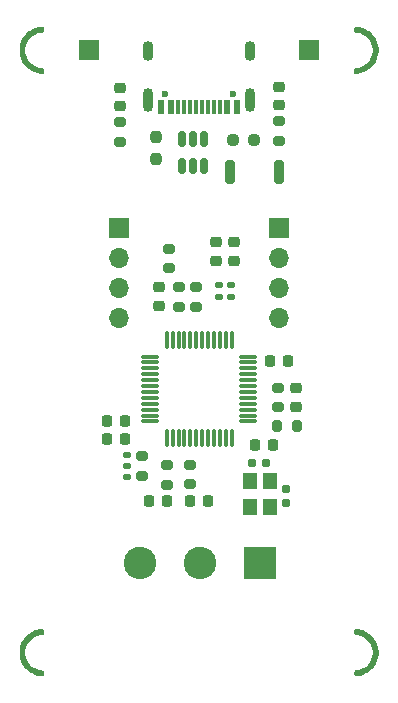
<source format=gbr>
%TF.GenerationSoftware,KiCad,Pcbnew,9.0.0*%
%TF.CreationDate,2025-05-07T16:38:21+03:00*%
%TF.ProjectId,Testing_USB-CAN,54657374-696e-4675-9f55-53422d43414e,rev?*%
%TF.SameCoordinates,Original*%
%TF.FileFunction,Soldermask,Top*%
%TF.FilePolarity,Negative*%
%FSLAX46Y46*%
G04 Gerber Fmt 4.6, Leading zero omitted, Abs format (unit mm)*
G04 Created by KiCad (PCBNEW 9.0.0) date 2025-05-07 16:38:21*
%MOMM*%
%LPD*%
G01*
G04 APERTURE LIST*
G04 Aperture macros list*
%AMRoundRect*
0 Rectangle with rounded corners*
0 $1 Rounding radius*
0 $2 $3 $4 $5 $6 $7 $8 $9 X,Y pos of 4 corners*
0 Add a 4 corners polygon primitive as box body*
4,1,4,$2,$3,$4,$5,$6,$7,$8,$9,$2,$3,0*
0 Add four circle primitives for the rounded corners*
1,1,$1+$1,$2,$3*
1,1,$1+$1,$4,$5*
1,1,$1+$1,$6,$7*
1,1,$1+$1,$8,$9*
0 Add four rect primitives between the rounded corners*
20,1,$1+$1,$2,$3,$4,$5,0*
20,1,$1+$1,$4,$5,$6,$7,0*
20,1,$1+$1,$6,$7,$8,$9,0*
20,1,$1+$1,$8,$9,$2,$3,0*%
G04 Aperture macros list end*
%ADD10RoundRect,0.225000X0.225000X0.250000X-0.225000X0.250000X-0.225000X-0.250000X0.225000X-0.250000X0*%
%ADD11RoundRect,0.155000X0.212500X0.155000X-0.212500X0.155000X-0.212500X-0.155000X0.212500X-0.155000X0*%
%ADD12RoundRect,0.225000X-0.225000X-0.250000X0.225000X-0.250000X0.225000X0.250000X-0.225000X0.250000X0*%
%ADD13RoundRect,0.218750X-0.256250X0.218750X-0.256250X-0.218750X0.256250X-0.218750X0.256250X0.218750X0*%
%ADD14RoundRect,0.218750X0.218750X0.256250X-0.218750X0.256250X-0.218750X-0.256250X0.218750X-0.256250X0*%
%ADD15RoundRect,0.225000X0.250000X-0.225000X0.250000X0.225000X-0.250000X0.225000X-0.250000X-0.225000X0*%
%ADD16RoundRect,0.102000X1.275000X1.275000X-1.275000X1.275000X-1.275000X-1.275000X1.275000X-1.275000X0*%
%ADD17C,2.754000*%
%ADD18C,0.600000*%
%ADD19R,0.600000X1.160000*%
%ADD20R,0.300000X1.160000*%
%ADD21O,0.900000X2.000000*%
%ADD22O,0.900000X1.700000*%
%ADD23RoundRect,0.200000X0.275000X-0.200000X0.275000X0.200000X-0.275000X0.200000X-0.275000X-0.200000X0*%
%ADD24RoundRect,0.200000X-0.275000X0.200000X-0.275000X-0.200000X0.275000X-0.200000X0.275000X0.200000X0*%
%ADD25RoundRect,0.150000X-0.150000X0.512500X-0.150000X-0.512500X0.150000X-0.512500X0.150000X0.512500X0*%
%ADD26RoundRect,0.135000X0.185000X-0.135000X0.185000X0.135000X-0.185000X0.135000X-0.185000X-0.135000X0*%
%ADD27R,1.200000X1.400000*%
%ADD28RoundRect,0.140000X-0.170000X0.140000X-0.170000X-0.140000X0.170000X-0.140000X0.170000X0.140000X0*%
%ADD29RoundRect,0.237500X-0.237500X0.250000X-0.237500X-0.250000X0.237500X-0.250000X0.237500X0.250000X0*%
%ADD30RoundRect,0.075000X0.075000X-0.662500X0.075000X0.662500X-0.075000X0.662500X-0.075000X-0.662500X0*%
%ADD31RoundRect,0.075000X0.662500X-0.075000X0.662500X0.075000X-0.662500X0.075000X-0.662500X-0.075000X0*%
%ADD32RoundRect,0.200000X0.200000X0.800000X-0.200000X0.800000X-0.200000X-0.800000X0.200000X-0.800000X0*%
%ADD33RoundRect,0.155000X-0.155000X0.212500X-0.155000X-0.212500X0.155000X-0.212500X0.155000X0.212500X0*%
%ADD34RoundRect,0.237500X-0.250000X-0.237500X0.250000X-0.237500X0.250000X0.237500X-0.250000X0.237500X0*%
%ADD35RoundRect,0.200000X-0.200000X-0.275000X0.200000X-0.275000X0.200000X0.275000X-0.200000X0.275000X0*%
%ADD36RoundRect,0.218750X-0.218750X-0.256250X0.218750X-0.256250X0.218750X0.256250X-0.218750X0.256250X0*%
%ADD37R,1.700000X1.700000*%
%ADD38O,1.700000X1.700000*%
G04 APERTURE END LIST*
D10*
%TO.C,C42*%
X120595000Y-122170000D03*
X119045000Y-122170000D03*
%TD*%
D11*
%TO.C,C70*%
X132482499Y-124214999D03*
X131347499Y-124214999D03*
%TD*%
D12*
%TO.C,C41*%
X131555000Y-122740000D03*
X133105000Y-122740000D03*
%TD*%
D13*
%TO.C,D12*%
X120110000Y-92442499D03*
X120110000Y-94017501D03*
%TD*%
D14*
%TO.C,D18*%
X127617500Y-127440000D03*
X126042498Y-127440000D03*
%TD*%
D15*
%TO.C,C71*%
X135012499Y-119460000D03*
X135012499Y-117910000D03*
%TD*%
D16*
%TO.C,J3*%
X131990000Y-132732500D03*
D17*
X126910001Y-132732500D03*
X121830000Y-132732500D03*
%TD*%
D18*
%TO.C,J1*%
X129720000Y-93025000D03*
X123940000Y-93025000D03*
D19*
X130030000Y-94085000D03*
X129230000Y-94085000D03*
D20*
X128079999Y-94085000D03*
X127080000Y-94085000D03*
X126580000Y-94085000D03*
X125580001Y-94085000D03*
D19*
X124430000Y-94085000D03*
X123630000Y-94085000D03*
X123630000Y-94085000D03*
X124430000Y-94085000D03*
D20*
X125080000Y-94085000D03*
X126080000Y-94085000D03*
X127580000Y-94085000D03*
X128580000Y-94085000D03*
D19*
X129230000Y-94085000D03*
X130030000Y-94085000D03*
D21*
X131150000Y-93505000D03*
D22*
X131150000Y-89335000D03*
D21*
X122510000Y-93505000D03*
D22*
X122510000Y-89335000D03*
%TD*%
D23*
%TO.C,R25*%
X120110000Y-97020001D03*
X120110000Y-95370001D03*
%TD*%
D24*
%TO.C,R31*%
X126570001Y-109335001D03*
X126570001Y-110985001D03*
%TD*%
D12*
%TO.C,C28*%
X132855000Y-115550000D03*
X134405000Y-115550000D03*
%TD*%
D24*
%TO.C,R38*%
X125110000Y-109335000D03*
X125110000Y-110985000D03*
%TD*%
D25*
%TO.C,U6*%
X127289999Y-96802500D03*
X126340000Y-96802500D03*
X125390001Y-96802500D03*
X125390001Y-99077500D03*
X126340000Y-99077500D03*
X127289999Y-99077500D03*
%TD*%
D26*
%TO.C,R41*%
X128560000Y-110139999D03*
X128560000Y-109120001D03*
%TD*%
D27*
%TO.C,Y2*%
X131114999Y-125734999D03*
X131114999Y-127934999D03*
X132814999Y-127934999D03*
X132814999Y-125734999D03*
%TD*%
D28*
%TO.C,J14*%
X120753750Y-123510000D03*
X120753751Y-124470000D03*
X120753750Y-125430000D03*
%TD*%
D29*
%TO.C,R7*%
X123180000Y-96630000D03*
X123180000Y-98455000D03*
%TD*%
D24*
%TO.C,R28*%
X133557500Y-117860000D03*
X133557500Y-119510000D03*
%TD*%
D10*
%TO.C,C45*%
X120595000Y-120710000D03*
X119045000Y-120710000D03*
%TD*%
D23*
%TO.C,R39*%
X124290000Y-107735000D03*
X124290000Y-106085000D03*
%TD*%
D13*
%TO.C,D22*%
X128290000Y-105532499D03*
X128290000Y-107107501D03*
%TD*%
%TO.C,D20*%
X133580000Y-92372499D03*
X133580000Y-93947501D03*
%TD*%
%TO.C,D21*%
X129750000Y-105532499D03*
X129750000Y-107107501D03*
%TD*%
D30*
%TO.C,U2*%
X124099999Y-122122500D03*
X124599999Y-122122500D03*
X125099999Y-122122500D03*
X125600000Y-122122500D03*
X126099999Y-122122500D03*
X126599999Y-122122500D03*
X127099999Y-122122500D03*
X127599999Y-122122500D03*
X128099998Y-122122500D03*
X128599999Y-122122500D03*
X129099999Y-122122500D03*
X129599999Y-122122500D03*
D31*
X131012499Y-120710000D03*
X131012499Y-120210000D03*
X131012499Y-119710000D03*
X131012499Y-119209999D03*
X131012499Y-118710000D03*
X131012499Y-118210000D03*
X131012499Y-117710000D03*
X131012499Y-117210000D03*
X131012499Y-116710001D03*
X131012499Y-116210000D03*
X131012499Y-115710000D03*
X131012499Y-115210000D03*
D30*
X129599999Y-113797500D03*
X129099999Y-113797500D03*
X128599999Y-113797500D03*
X128099998Y-113797500D03*
X127599999Y-113797500D03*
X127099999Y-113797500D03*
X126599999Y-113797500D03*
X126099999Y-113797500D03*
X125600000Y-113797500D03*
X125099999Y-113797500D03*
X124599999Y-113797500D03*
X124099999Y-113797500D03*
D31*
X122687499Y-115210000D03*
X122687499Y-115710000D03*
X122687499Y-116210000D03*
X122687499Y-116710001D03*
X122687499Y-117210000D03*
X122687499Y-117710000D03*
X122687499Y-118210000D03*
X122687499Y-118710000D03*
X122687499Y-119209999D03*
X122687499Y-119710000D03*
X122687499Y-120210000D03*
X122687499Y-120710000D03*
%TD*%
D26*
%TO.C,R40*%
X129500000Y-110139999D03*
X129500000Y-109120001D03*
%TD*%
D23*
%TO.C,R50*%
X133580000Y-96955000D03*
X133580000Y-95305000D03*
%TD*%
D32*
%TO.C,SW1*%
X133640000Y-99580000D03*
X129440000Y-99580000D03*
%TD*%
D24*
%TO.C,R49*%
X124120000Y-124405000D03*
X124120000Y-126055000D03*
%TD*%
D33*
%TO.C,C49*%
X134184999Y-126467499D03*
X134184999Y-127602499D03*
%TD*%
D34*
%TO.C,R4*%
X129697500Y-96870000D03*
X131522500Y-96870000D03*
%TD*%
D23*
%TO.C,R29*%
X122001250Y-125300001D03*
X122001250Y-123650001D03*
%TD*%
D15*
%TO.C,C21*%
X123460000Y-110915000D03*
X123460000Y-109365000D03*
%TD*%
D35*
%TO.C,R27*%
X133437500Y-121090000D03*
X135087500Y-121090000D03*
%TD*%
D24*
%TO.C,R48*%
X126039999Y-124395000D03*
X126039999Y-126045000D03*
%TD*%
D36*
%TO.C,D19*%
X122552500Y-127440000D03*
X124127500Y-127440000D03*
%TD*%
D37*
%TO.C,J4*%
X120060000Y-104340000D03*
D38*
X120060000Y-106880000D03*
X120060000Y-109420000D03*
X120060000Y-111960000D03*
%TD*%
D37*
%TO.C,J7*%
X136160000Y-89290000D03*
%TD*%
%TO.C,J6*%
X117530000Y-89280000D03*
%TD*%
%TO.C,J5*%
X133600000Y-104340000D03*
D38*
X133600000Y-106880000D03*
X133600000Y-109420000D03*
X133600000Y-111960000D03*
%TD*%
G36*
X113631168Y-87299665D02*
G01*
X113677858Y-87351645D01*
X113690000Y-87405160D01*
X113690000Y-87658308D01*
X113670315Y-87725347D01*
X113617511Y-87771102D01*
X113576240Y-87781884D01*
X113382688Y-87797922D01*
X113142115Y-87858843D01*
X112914853Y-87958529D01*
X112707104Y-88094259D01*
X112707100Y-88094262D01*
X112524520Y-88262339D01*
X112524517Y-88262343D01*
X112372100Y-88458168D01*
X112372094Y-88458177D01*
X112253989Y-88676417D01*
X112253984Y-88676427D01*
X112173408Y-88911137D01*
X112132562Y-89155920D01*
X112132562Y-89404079D01*
X112173408Y-89648862D01*
X112253984Y-89883572D01*
X112253989Y-89883582D01*
X112372094Y-90101822D01*
X112372100Y-90101831D01*
X112524517Y-90297656D01*
X112524520Y-90297660D01*
X112707100Y-90465737D01*
X112707104Y-90465740D01*
X112914853Y-90601470D01*
X113142115Y-90701156D01*
X113382688Y-90762077D01*
X113576240Y-90778116D01*
X113641425Y-90803269D01*
X113682663Y-90859671D01*
X113690000Y-90901692D01*
X113690000Y-91154839D01*
X113670315Y-91221878D01*
X113617511Y-91267633D01*
X113563788Y-91278819D01*
X113494898Y-91277590D01*
X113479463Y-91276348D01*
X113213102Y-91238051D01*
X113195814Y-91234290D01*
X112938688Y-91158791D01*
X112922112Y-91152608D01*
X112678345Y-91041284D01*
X112662816Y-91032805D01*
X112437375Y-90887922D01*
X112423212Y-90877320D01*
X112220682Y-90701827D01*
X112208172Y-90689317D01*
X112032679Y-90486787D01*
X112022077Y-90472624D01*
X111877194Y-90247183D01*
X111868715Y-90231654D01*
X111757391Y-89987887D01*
X111751208Y-89971311D01*
X111675709Y-89714185D01*
X111671948Y-89696897D01*
X111633810Y-89431638D01*
X111632548Y-89413991D01*
X111632548Y-89146008D01*
X111633810Y-89128361D01*
X111671948Y-88863102D01*
X111675709Y-88845814D01*
X111751208Y-88588688D01*
X111757391Y-88572112D01*
X111868715Y-88328345D01*
X111877194Y-88312816D01*
X112022077Y-88087375D01*
X112032679Y-88073212D01*
X112208172Y-87870682D01*
X112220682Y-87858172D01*
X112423212Y-87682679D01*
X112437375Y-87672077D01*
X112662816Y-87527194D01*
X112678345Y-87518715D01*
X112922112Y-87407391D01*
X112938688Y-87401208D01*
X113195814Y-87325709D01*
X113213102Y-87321948D01*
X113479463Y-87283651D01*
X113494898Y-87282409D01*
X113563788Y-87281180D01*
X113631168Y-87299665D01*
G37*
G36*
X113631168Y-138299640D02*
G01*
X113677858Y-138351620D01*
X113690000Y-138405135D01*
X113690000Y-138658308D01*
X113670315Y-138725347D01*
X113617511Y-138771102D01*
X113576240Y-138781884D01*
X113382688Y-138797922D01*
X113142115Y-138858843D01*
X112914853Y-138958529D01*
X112707104Y-139094259D01*
X112707100Y-139094262D01*
X112524520Y-139262339D01*
X112524517Y-139262343D01*
X112372100Y-139458168D01*
X112372094Y-139458177D01*
X112253989Y-139676417D01*
X112253984Y-139676427D01*
X112173408Y-139911137D01*
X112132562Y-140155920D01*
X112132562Y-140404079D01*
X112173408Y-140648862D01*
X112253984Y-140883572D01*
X112253989Y-140883582D01*
X112372094Y-141101822D01*
X112372100Y-141101831D01*
X112524517Y-141297656D01*
X112524520Y-141297660D01*
X112707100Y-141465737D01*
X112707104Y-141465740D01*
X112914853Y-141601470D01*
X113142115Y-141701156D01*
X113382688Y-141762077D01*
X113576240Y-141778116D01*
X113641425Y-141803269D01*
X113682663Y-141859671D01*
X113690000Y-141901692D01*
X113690000Y-142154864D01*
X113670315Y-142221903D01*
X113617511Y-142267658D01*
X113563788Y-142278844D01*
X113494897Y-142277615D01*
X113479462Y-142276373D01*
X113213097Y-142238075D01*
X113195809Y-142234314D01*
X112938676Y-142158813D01*
X112922100Y-142152630D01*
X112678336Y-142041307D01*
X112662807Y-142032828D01*
X112437356Y-141887939D01*
X112423194Y-141877337D01*
X112220664Y-141701846D01*
X112208153Y-141689335D01*
X112032662Y-141486805D01*
X112022060Y-141472643D01*
X111877171Y-141247192D01*
X111868692Y-141231663D01*
X111757369Y-140987899D01*
X111751186Y-140971323D01*
X111675685Y-140714190D01*
X111671924Y-140696902D01*
X111633785Y-140431639D01*
X111632523Y-140413992D01*
X111632523Y-140146007D01*
X111633785Y-140128360D01*
X111671924Y-139863097D01*
X111675685Y-139845809D01*
X111751186Y-139588676D01*
X111757369Y-139572100D01*
X111868692Y-139328336D01*
X111877171Y-139312807D01*
X112022060Y-139087356D01*
X112032662Y-139073194D01*
X112208153Y-138870664D01*
X112220664Y-138858153D01*
X112423194Y-138682662D01*
X112437356Y-138672060D01*
X112662807Y-138527171D01*
X112678336Y-138518692D01*
X112922100Y-138407369D01*
X112938676Y-138401186D01*
X113195809Y-138325685D01*
X113213097Y-138321924D01*
X113479462Y-138283626D01*
X113494897Y-138282384D01*
X113563788Y-138281155D01*
X113631168Y-138299640D01*
G37*
G36*
X113631168Y-87299665D02*
G01*
X113677858Y-87351645D01*
X113690000Y-87405160D01*
X113690000Y-87658308D01*
X113670315Y-87725347D01*
X113617511Y-87771102D01*
X113576240Y-87781884D01*
X113382688Y-87797922D01*
X113142115Y-87858843D01*
X112914853Y-87958529D01*
X112707104Y-88094259D01*
X112707100Y-88094262D01*
X112524520Y-88262339D01*
X112524517Y-88262343D01*
X112372100Y-88458168D01*
X112372094Y-88458177D01*
X112253989Y-88676417D01*
X112253984Y-88676427D01*
X112173408Y-88911137D01*
X112132562Y-89155920D01*
X112132562Y-89404079D01*
X112173408Y-89648862D01*
X112253984Y-89883572D01*
X112253989Y-89883582D01*
X112372094Y-90101822D01*
X112372100Y-90101831D01*
X112524517Y-90297656D01*
X112524520Y-90297660D01*
X112707100Y-90465737D01*
X112707104Y-90465740D01*
X112914853Y-90601470D01*
X113142115Y-90701156D01*
X113382688Y-90762077D01*
X113576240Y-90778116D01*
X113641425Y-90803269D01*
X113682663Y-90859671D01*
X113690000Y-90901692D01*
X113690000Y-91154839D01*
X113670315Y-91221878D01*
X113617511Y-91267633D01*
X113563788Y-91278819D01*
X113494898Y-91277590D01*
X113479463Y-91276348D01*
X113213102Y-91238051D01*
X113195814Y-91234290D01*
X112938688Y-91158791D01*
X112922112Y-91152608D01*
X112678345Y-91041284D01*
X112662816Y-91032805D01*
X112437375Y-90887922D01*
X112423212Y-90877320D01*
X112220682Y-90701827D01*
X112208172Y-90689317D01*
X112032679Y-90486787D01*
X112022077Y-90472624D01*
X111877194Y-90247183D01*
X111868715Y-90231654D01*
X111757391Y-89987887D01*
X111751208Y-89971311D01*
X111675709Y-89714185D01*
X111671948Y-89696897D01*
X111633810Y-89431638D01*
X111632548Y-89413991D01*
X111632548Y-89146008D01*
X111633810Y-89128361D01*
X111671948Y-88863102D01*
X111675709Y-88845814D01*
X111751208Y-88588688D01*
X111757391Y-88572112D01*
X111868715Y-88328345D01*
X111877194Y-88312816D01*
X112022077Y-88087375D01*
X112032679Y-88073212D01*
X112208172Y-87870682D01*
X112220682Y-87858172D01*
X112423212Y-87682679D01*
X112437375Y-87672077D01*
X112662816Y-87527194D01*
X112678345Y-87518715D01*
X112922112Y-87407391D01*
X112938688Y-87401208D01*
X113195814Y-87325709D01*
X113213102Y-87321948D01*
X113479463Y-87283651D01*
X113494898Y-87282409D01*
X113563788Y-87281180D01*
X113631168Y-87299665D01*
G37*
G36*
X140165100Y-87282409D02*
G01*
X140180536Y-87283651D01*
X140446897Y-87321948D01*
X140464185Y-87325709D01*
X140721311Y-87401208D01*
X140737887Y-87407391D01*
X140981654Y-87518715D01*
X140997183Y-87527194D01*
X141222624Y-87672077D01*
X141236787Y-87682679D01*
X141439317Y-87858172D01*
X141451827Y-87870682D01*
X141627320Y-88073212D01*
X141637922Y-88087375D01*
X141782805Y-88312816D01*
X141791284Y-88328345D01*
X141902608Y-88572112D01*
X141908791Y-88588688D01*
X141984290Y-88845814D01*
X141988051Y-88863102D01*
X142026190Y-89128361D01*
X142027452Y-89146008D01*
X142027452Y-89413991D01*
X142026190Y-89431638D01*
X141988051Y-89696897D01*
X141984290Y-89714185D01*
X141908791Y-89971311D01*
X141902608Y-89987887D01*
X141791284Y-90231654D01*
X141782805Y-90247183D01*
X141637922Y-90472624D01*
X141627320Y-90486787D01*
X141451827Y-90689317D01*
X141439317Y-90701827D01*
X141236787Y-90877320D01*
X141222624Y-90887922D01*
X140997183Y-91032805D01*
X140981654Y-91041284D01*
X140737887Y-91152608D01*
X140721311Y-91158791D01*
X140464185Y-91234290D01*
X140446897Y-91238051D01*
X140180536Y-91276348D01*
X140165100Y-91277590D01*
X140106211Y-91278640D01*
X140038831Y-91260154D01*
X139992142Y-91208174D01*
X139980000Y-91154660D01*
X139980000Y-90900863D01*
X139999685Y-90833824D01*
X140052489Y-90788069D01*
X140093760Y-90777287D01*
X140277311Y-90762077D01*
X140517884Y-90701156D01*
X140745146Y-90601470D01*
X140952895Y-90465740D01*
X140952899Y-90465737D01*
X141135479Y-90297660D01*
X141135482Y-90297656D01*
X141287899Y-90101831D01*
X141287905Y-90101822D01*
X141406010Y-89883582D01*
X141406015Y-89883572D01*
X141486591Y-89648861D01*
X141527437Y-89404079D01*
X141529999Y-89280000D01*
X141527437Y-89155920D01*
X141486591Y-88911138D01*
X141406015Y-88676427D01*
X141406010Y-88676417D01*
X141287905Y-88458177D01*
X141287899Y-88458168D01*
X141135482Y-88262343D01*
X141135479Y-88262339D01*
X140952899Y-88094262D01*
X140952895Y-88094259D01*
X140745146Y-87958529D01*
X140517884Y-87858843D01*
X140277311Y-87797922D01*
X140093760Y-87782712D01*
X140028575Y-87757559D01*
X139987337Y-87701157D01*
X139980000Y-87659136D01*
X139980000Y-87405339D01*
X139999685Y-87338300D01*
X140052489Y-87292545D01*
X140106211Y-87281359D01*
X140165100Y-87282409D01*
G37*
G36*
X140175100Y-138282409D02*
G01*
X140190536Y-138283651D01*
X140456897Y-138321948D01*
X140474185Y-138325709D01*
X140731311Y-138401208D01*
X140747887Y-138407391D01*
X140991654Y-138518715D01*
X141007183Y-138527194D01*
X141232624Y-138672077D01*
X141246787Y-138682679D01*
X141449317Y-138858172D01*
X141461827Y-138870682D01*
X141637320Y-139073212D01*
X141647922Y-139087375D01*
X141792805Y-139312816D01*
X141801284Y-139328345D01*
X141912608Y-139572112D01*
X141918791Y-139588688D01*
X141994290Y-139845814D01*
X141998051Y-139863102D01*
X142036190Y-140128361D01*
X142037452Y-140146008D01*
X142037452Y-140413991D01*
X142036190Y-140431638D01*
X141998051Y-140696897D01*
X141994290Y-140714185D01*
X141918791Y-140971311D01*
X141912608Y-140987887D01*
X141801284Y-141231654D01*
X141792805Y-141247183D01*
X141647922Y-141472624D01*
X141637320Y-141486787D01*
X141461827Y-141689317D01*
X141449317Y-141701827D01*
X141246787Y-141877320D01*
X141232624Y-141887922D01*
X141007183Y-142032805D01*
X140991654Y-142041284D01*
X140747887Y-142152608D01*
X140731311Y-142158791D01*
X140474185Y-142234290D01*
X140456897Y-142238051D01*
X140190536Y-142276348D01*
X140175100Y-142277590D01*
X140116211Y-142278640D01*
X140048831Y-142260154D01*
X140002142Y-142208174D01*
X139990000Y-142154660D01*
X139990000Y-141900863D01*
X140009685Y-141833824D01*
X140062489Y-141788069D01*
X140103760Y-141777287D01*
X140287311Y-141762077D01*
X140527884Y-141701156D01*
X140755146Y-141601470D01*
X140962895Y-141465740D01*
X140962899Y-141465737D01*
X141145479Y-141297660D01*
X141145482Y-141297656D01*
X141297899Y-141101831D01*
X141297905Y-141101822D01*
X141416010Y-140883582D01*
X141416015Y-140883572D01*
X141496591Y-140648861D01*
X141537437Y-140404079D01*
X141539999Y-140280000D01*
X141537437Y-140155920D01*
X141496591Y-139911138D01*
X141416015Y-139676427D01*
X141416010Y-139676417D01*
X141297905Y-139458177D01*
X141297899Y-139458168D01*
X141145482Y-139262343D01*
X141145479Y-139262339D01*
X140962899Y-139094262D01*
X140962895Y-139094259D01*
X140755146Y-138958529D01*
X140527884Y-138858843D01*
X140287311Y-138797922D01*
X140103760Y-138782712D01*
X140038575Y-138757559D01*
X139997337Y-138701157D01*
X139990000Y-138659136D01*
X139990000Y-138405339D01*
X140009685Y-138338300D01*
X140062489Y-138292545D01*
X140116211Y-138281359D01*
X140175100Y-138282409D01*
G37*
M02*

</source>
